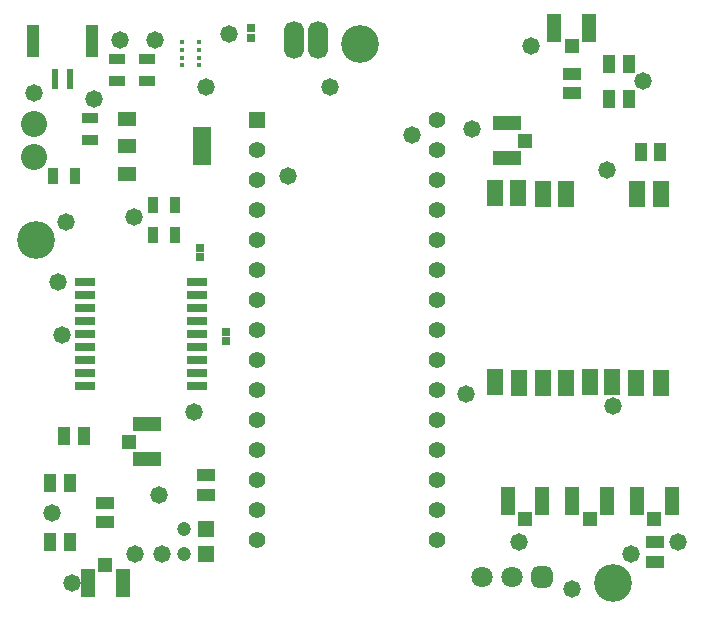
<source format=gbr>
G04*
G04 #@! TF.GenerationSoftware,Altium Limited,Altium Designer,24.6.1 (21)*
G04*
G04 Layer_Color=8388736*
%FSLAX25Y25*%
%MOIN*%
G70*
G04*
G04 #@! TF.SameCoordinates,FB6864B3-348A-4B3C-8FDE-2C751703143F*
G04*
G04*
G04 #@! TF.FilePolarity,Negative*
G04*
G01*
G75*
%ADD24R,0.05512X0.03740*%
%ADD29R,0.05906X0.04724*%
%ADD30R,0.05906X0.12992*%
%ADD33R,0.03740X0.05512*%
%ADD35R,0.03937X0.10630*%
%ADD36R,0.02362X0.06693*%
%ADD37R,0.05800X0.08674*%
%ADD38R,0.02572X0.02572*%
%ADD39R,0.06115X0.04147*%
%ADD40O,0.06706X0.12611*%
%ADD41R,0.07087X0.02756*%
%ADD42R,0.07087X0.03150*%
%ADD43R,0.04737X0.04934*%
%ADD44R,0.04934X0.09461*%
%ADD45R,0.04147X0.06115*%
%ADD46R,0.01378X0.01378*%
%ADD47R,0.04934X0.04737*%
%ADD48R,0.09461X0.04934*%
%ADD49R,0.05524X0.05524*%
%ADD50C,0.04737*%
%ADD51C,0.08674*%
%ADD52C,0.12611*%
G04:AMPARAMS|DCode=53|XSize=70.99mil|YSize=70.99mil|CornerRadius=19.75mil|HoleSize=0mil|Usage=FLASHONLY|Rotation=180.000|XOffset=0mil|YOffset=0mil|HoleType=Round|Shape=RoundedRectangle|*
%AMROUNDEDRECTD53*
21,1,0.07099,0.03150,0,0,180.0*
21,1,0.03150,0.07099,0,0,180.0*
1,1,0.03950,-0.01575,0.01575*
1,1,0.03950,0.01575,0.01575*
1,1,0.03950,0.01575,-0.01575*
1,1,0.03950,-0.01575,-0.01575*
%
%ADD53ROUNDEDRECTD53*%
%ADD54C,0.07099*%
%ADD55R,0.05567X0.05567*%
%ADD56C,0.05567*%
%ADD57C,0.05800*%
D24*
X26377Y159744D02*
D03*
Y167028D02*
D03*
X45276Y186713D02*
D03*
Y179429D02*
D03*
X35433Y186713D02*
D03*
Y179429D02*
D03*
D29*
X38583Y166535D02*
D03*
Y157480D02*
D03*
Y148425D02*
D03*
D30*
X63779Y157480D02*
D03*
D33*
X54823Y137795D02*
D03*
X47539D02*
D03*
X21358Y147638D02*
D03*
X14075D02*
D03*
X54823Y127953D02*
D03*
X47539D02*
D03*
D35*
X26967Y192618D02*
D03*
X7478D02*
D03*
D36*
X19683Y180020D02*
D03*
X14762D02*
D03*
D37*
X185087Y141762D02*
D03*
X185039Y78740D02*
D03*
X200461Y78770D02*
D03*
X192961D02*
D03*
X177213Y78762D02*
D03*
X169339Y78740D02*
D03*
X216583D02*
D03*
X161465Y78770D02*
D03*
X208709Y141762D02*
D03*
X208459Y78762D02*
D03*
X161465Y141770D02*
D03*
X168965D02*
D03*
X177213Y141762D02*
D03*
X216583D02*
D03*
D38*
X62992Y123622D02*
D03*
Y120473D02*
D03*
X71653Y95669D02*
D03*
Y92520D02*
D03*
X79921Y196850D02*
D03*
Y193701D02*
D03*
D39*
X64961Y41339D02*
D03*
Y47835D02*
D03*
X187008Y181693D02*
D03*
Y175197D02*
D03*
X31496Y32185D02*
D03*
Y38681D02*
D03*
X214567Y19094D02*
D03*
Y25591D02*
D03*
D40*
X102362Y192913D02*
D03*
X94488D02*
D03*
D41*
X62008Y77576D02*
D03*
Y112222D02*
D03*
X24606D02*
D03*
Y77576D02*
D03*
D42*
X62008Y81906D02*
D03*
Y86237D02*
D03*
Y90568D02*
D03*
Y94899D02*
D03*
Y99229D02*
D03*
Y103560D02*
D03*
Y107891D02*
D03*
X24606D02*
D03*
Y103560D02*
D03*
Y99229D02*
D03*
Y94899D02*
D03*
Y90568D02*
D03*
Y86237D02*
D03*
Y81906D02*
D03*
D43*
X187008Y190847D02*
D03*
X171358Y33366D02*
D03*
X192913D02*
D03*
X214469D02*
D03*
X31496Y17815D02*
D03*
D44*
X192815Y196850D02*
D03*
X181201D02*
D03*
X177165Y39370D02*
D03*
X165551D02*
D03*
X198721D02*
D03*
X187106D02*
D03*
X208661D02*
D03*
X220276D02*
D03*
X37303Y11811D02*
D03*
X25689D02*
D03*
D45*
X206004Y185039D02*
D03*
X199508D02*
D03*
X206004Y173228D02*
D03*
X199508D02*
D03*
X210039Y155512D02*
D03*
X216535D02*
D03*
X13189Y45276D02*
D03*
X19685D02*
D03*
Y25591D02*
D03*
X13189D02*
D03*
X17717Y61024D02*
D03*
X24213D02*
D03*
D46*
X57087Y192126D02*
D03*
Y189567D02*
D03*
Y187008D02*
D03*
Y184449D02*
D03*
X62795D02*
D03*
Y187008D02*
D03*
Y189567D02*
D03*
Y192126D02*
D03*
D47*
X171358Y159350D02*
D03*
X39272Y59055D02*
D03*
D48*
X165354Y165157D02*
D03*
Y153543D02*
D03*
X45276Y64862D02*
D03*
Y53248D02*
D03*
D49*
X64961Y29921D02*
D03*
Y21654D02*
D03*
D50*
X57874D02*
D03*
Y29921D02*
D03*
D51*
X7874Y153937D02*
D03*
Y164961D02*
D03*
D52*
X8268Y126378D02*
D03*
X116535Y191732D02*
D03*
X200787Y11811D02*
D03*
D53*
X177165Y13780D02*
D03*
D54*
X167165D02*
D03*
X157165D02*
D03*
D55*
X82205Y166270D02*
D03*
D56*
Y156270D02*
D03*
Y146270D02*
D03*
Y136270D02*
D03*
Y126270D02*
D03*
Y116270D02*
D03*
Y106270D02*
D03*
Y96270D02*
D03*
Y86270D02*
D03*
Y76270D02*
D03*
Y66270D02*
D03*
Y56270D02*
D03*
Y46270D02*
D03*
Y36270D02*
D03*
Y26270D02*
D03*
X142205D02*
D03*
Y36270D02*
D03*
Y46270D02*
D03*
Y56270D02*
D03*
Y66270D02*
D03*
Y76270D02*
D03*
Y86270D02*
D03*
Y96270D02*
D03*
Y106270D02*
D03*
Y116270D02*
D03*
Y126270D02*
D03*
Y136270D02*
D03*
Y146270D02*
D03*
Y156270D02*
D03*
Y166270D02*
D03*
D57*
X50394Y21654D02*
D03*
X18504Y132283D02*
D03*
X200787Y70866D02*
D03*
X133858Y161417D02*
D03*
X106299Y177165D02*
D03*
X36220Y192913D02*
D03*
X48031D02*
D03*
X16929Y94488D02*
D03*
X20472Y11811D02*
D03*
X13780Y35433D02*
D03*
X198819Y149606D02*
D03*
X210630Y179134D02*
D03*
X187008Y9843D02*
D03*
X206693Y21654D02*
D03*
X153543Y163386D02*
D03*
X222441Y25591D02*
D03*
X151575Y74803D02*
D03*
X169291Y25591D02*
D03*
X15748Y112205D02*
D03*
X61024Y68898D02*
D03*
X49213Y41339D02*
D03*
X41339Y21654D02*
D03*
X64961Y177165D02*
D03*
X7874Y175197D02*
D03*
X27559Y173228D02*
D03*
X92520Y147638D02*
D03*
X41043Y133858D02*
D03*
X72835Y194882D02*
D03*
X173228Y190945D02*
D03*
M02*

</source>
